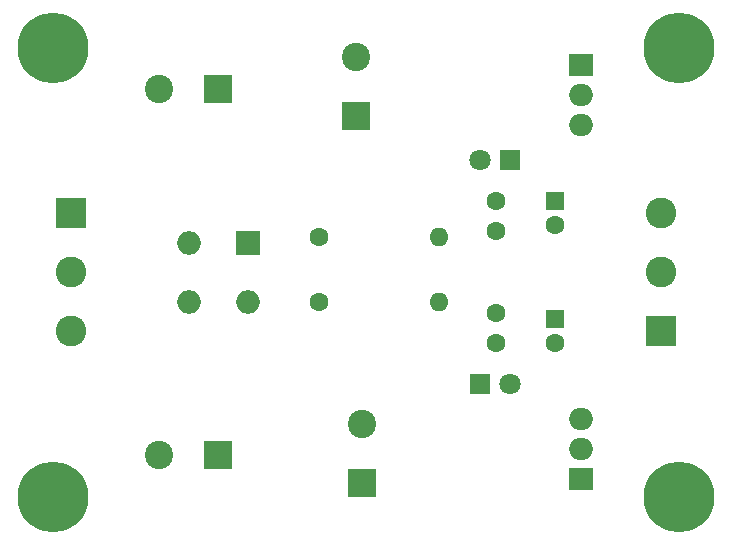
<source format=gtl>
G04 #@! TF.GenerationSoftware,KiCad,Pcbnew,7.0.2*
G04 #@! TF.CreationDate,2023-06-13T08:28:25-06:00*
G04 #@! TF.ProjectId,Fuente_TE2007B_Simetrica,4675656e-7465-45f5-9445-32303037425f,rev?*
G04 #@! TF.SameCoordinates,Original*
G04 #@! TF.FileFunction,Copper,L1,Top*
G04 #@! TF.FilePolarity,Positive*
%FSLAX46Y46*%
G04 Gerber Fmt 4.6, Leading zero omitted, Abs format (unit mm)*
G04 Created by KiCad (PCBNEW 7.0.2) date 2023-06-13 08:28:25*
%MOMM*%
%LPD*%
G01*
G04 APERTURE LIST*
G04 #@! TA.AperFunction,ComponentPad*
%ADD10C,1.800000*%
G04 #@! TD*
G04 #@! TA.AperFunction,ComponentPad*
%ADD11R,1.800000X1.800000*%
G04 #@! TD*
G04 #@! TA.AperFunction,ComponentPad*
%ADD12R,2.400000X2.400000*%
G04 #@! TD*
G04 #@! TA.AperFunction,ComponentPad*
%ADD13C,2.400000*%
G04 #@! TD*
G04 #@! TA.AperFunction,ComponentPad*
%ADD14R,2.600000X2.600000*%
G04 #@! TD*
G04 #@! TA.AperFunction,ComponentPad*
%ADD15C,2.600000*%
G04 #@! TD*
G04 #@! TA.AperFunction,ComponentPad*
%ADD16C,1.600000*%
G04 #@! TD*
G04 #@! TA.AperFunction,ComponentPad*
%ADD17O,1.600000X1.600000*%
G04 #@! TD*
G04 #@! TA.AperFunction,ComponentPad*
%ADD18R,1.600000X1.600000*%
G04 #@! TD*
G04 #@! TA.AperFunction,ComponentPad*
%ADD19C,6.000000*%
G04 #@! TD*
G04 #@! TA.AperFunction,ComponentPad*
%ADD20R,2.000000X1.905000*%
G04 #@! TD*
G04 #@! TA.AperFunction,ComponentPad*
%ADD21O,2.000000X1.905000*%
G04 #@! TD*
G04 #@! TA.AperFunction,ComponentPad*
%ADD22R,2.000000X2.000000*%
G04 #@! TD*
G04 #@! TA.AperFunction,ComponentPad*
%ADD23O,2.000000X2.000000*%
G04 #@! TD*
G04 APERTURE END LIST*
D10*
G04 #@! TO.P,D3,2,A*
G04 #@! TO.N,Net-(D3-A)*
X121184784Y-104500000D03*
D11*
G04 #@! TO.P,D3,1,K*
G04 #@! TO.N,GND*
X118644784Y-104500000D03*
G04 #@! TD*
G04 #@! TO.P,D2,1,K*
G04 #@! TO.N,GND*
X121184784Y-85500000D03*
D10*
G04 #@! TO.P,D2,2,A*
G04 #@! TO.N,Net-(D2-A)*
X118644784Y-85500000D03*
G04 #@! TD*
D12*
G04 #@! TO.P,C1,1*
G04 #@! TO.N,PFILT*
X108184784Y-81815216D03*
D13*
G04 #@! TO.P,C1,2*
G04 #@! TO.N,GND*
X108184784Y-76815216D03*
G04 #@! TD*
D14*
G04 #@! TO.P,J2,1,Pin_1*
G04 #@! TO.N,X1*
X84000000Y-90000000D03*
D15*
G04 #@! TO.P,J2,2,Pin_2*
G04 #@! TO.N,GND*
X84000000Y-95000000D03*
G04 #@! TO.P,J2,3,Pin_3*
G04 #@! TO.N,X3*
X84000000Y-100000000D03*
G04 #@! TD*
D16*
G04 #@! TO.P,R2,1*
G04 #@! TO.N,NFILT*
X105000000Y-97500000D03*
D17*
G04 #@! TO.P,R2,2*
G04 #@! TO.N,Net-(D3-A)*
X115160000Y-97500000D03*
G04 #@! TD*
D18*
G04 #@! TO.P,C7,1*
G04 #@! TO.N,GND*
X125000000Y-99000000D03*
D16*
G04 #@! TO.P,C7,2*
G04 #@! TO.N,VOUT-*
X125000000Y-101000000D03*
G04 #@! TD*
D18*
G04 #@! TO.P,C5,1*
G04 #@! TO.N,VOUT+*
X125000000Y-89000000D03*
D16*
G04 #@! TO.P,C5,2*
G04 #@! TO.N,GND*
X125000000Y-91000000D03*
G04 #@! TD*
D19*
G04 #@! TO.P,H3,1,1*
G04 #@! TO.N,GND*
X135500000Y-76000000D03*
G04 #@! TD*
D12*
G04 #@! TO.P,C4,1*
G04 #@! TO.N,GND*
X96500000Y-110500000D03*
D13*
G04 #@! TO.P,C4,2*
G04 #@! TO.N,NFILT*
X91500000Y-110500000D03*
G04 #@! TD*
D19*
G04 #@! TO.P,H1,1,1*
G04 #@! TO.N,GND*
X82500000Y-76000000D03*
G04 #@! TD*
D12*
G04 #@! TO.P,C2,1*
G04 #@! TO.N,PFILT*
X96500000Y-79500000D03*
D13*
G04 #@! TO.P,C2,2*
G04 #@! TO.N,GND*
X91500000Y-79500000D03*
G04 #@! TD*
D20*
G04 #@! TO.P,U1,1,VI*
G04 #@! TO.N,PFILT*
X127184784Y-77500000D03*
D21*
G04 #@! TO.P,U1,2,GND*
G04 #@! TO.N,GND*
X127184784Y-80040000D03*
G04 #@! TO.P,U1,3,VO*
G04 #@! TO.N,VOUT+*
X127184784Y-82580000D03*
G04 #@! TD*
D16*
G04 #@! TO.P,C8,1*
G04 #@! TO.N,GND*
X120000000Y-98500000D03*
G04 #@! TO.P,C8,2*
G04 #@! TO.N,VOUT-*
X120000000Y-101000000D03*
G04 #@! TD*
D12*
G04 #@! TO.P,C3,1*
G04 #@! TO.N,GND*
X108684784Y-112815216D03*
D13*
G04 #@! TO.P,C3,2*
G04 #@! TO.N,NFILT*
X108684784Y-107815216D03*
G04 #@! TD*
D19*
G04 #@! TO.P,H2,1,1*
G04 #@! TO.N,GND*
X82500000Y-114000000D03*
G04 #@! TD*
D14*
G04 #@! TO.P,J1,1,Pin_1*
G04 #@! TO.N,VOUT-*
X134000000Y-100000000D03*
D15*
G04 #@! TO.P,J1,2,Pin_2*
G04 #@! TO.N,GND*
X134000000Y-95000000D03*
G04 #@! TO.P,J1,3,Pin_3*
G04 #@! TO.N,VOUT+*
X134000000Y-90000000D03*
G04 #@! TD*
D22*
G04 #@! TO.P,D1,1,+*
G04 #@! TO.N,PFILT*
X99000000Y-92500000D03*
D23*
G04 #@! TO.P,D1,2*
G04 #@! TO.N,X1*
X94000000Y-92500000D03*
G04 #@! TO.P,D1,3,-*
G04 #@! TO.N,NFILT*
X94000000Y-97500000D03*
G04 #@! TO.P,D1,4*
G04 #@! TO.N,X3*
X99000000Y-97500000D03*
G04 #@! TD*
D16*
G04 #@! TO.P,R1,1*
G04 #@! TO.N,PFILT*
X105000000Y-92000000D03*
D17*
G04 #@! TO.P,R1,2*
G04 #@! TO.N,Net-(D2-A)*
X115160000Y-92000000D03*
G04 #@! TD*
D16*
G04 #@! TO.P,C6,1*
G04 #@! TO.N,VOUT+*
X120000000Y-89000000D03*
G04 #@! TO.P,C6,2*
G04 #@! TO.N,GND*
X120000000Y-91500000D03*
G04 #@! TD*
D20*
G04 #@! TO.P,U2,1,GND*
G04 #@! TO.N,GND*
X127184784Y-112500000D03*
D21*
G04 #@! TO.P,U2,2,VI*
G04 #@! TO.N,NFILT*
X127184784Y-109960000D03*
G04 #@! TO.P,U2,3,VO*
G04 #@! TO.N,VOUT-*
X127184784Y-107420000D03*
G04 #@! TD*
D19*
G04 #@! TO.P,H4,1,1*
G04 #@! TO.N,GND*
X135500000Y-114000000D03*
G04 #@! TD*
M02*

</source>
